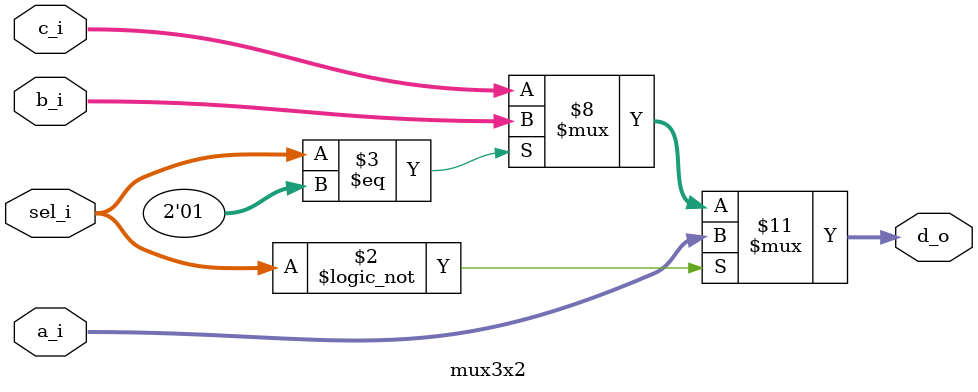
<source format=v>
`timescale 10 ns/100 ps

module mux3x2
#(
	parameter DATA_WIDTH 	= 16,
	parameter SEL_WIDTH     = 2
)
(
	a_i,
	b_i, 
	c_i, 
	sel_i,
	d_o
);

input wire [ DATA_WIDTH - 1:0 ] a_i;
input wire [ DATA_WIDTH - 1:0 ] b_i;
input wire [ DATA_WIDTH - 1:0 ] c_i;
input wire [ SEL_WIDTH - 1:0  ] sel_i;
output reg [ DATA_WIDTH - 1:0 ] d_o;

always @(	a_i or b_i or c_i or sel_i )
begin
	if ( sel_i == 2'b00 )
		d_o <= a_i;
	else
	if ( sel_i == 2'b01 )
		d_o <= b_i;
	else
	if ( sel_i == 2'b10 )
		d_o <= c_i;
	else
		d_o <= c_i;
end

endmodule

</source>
